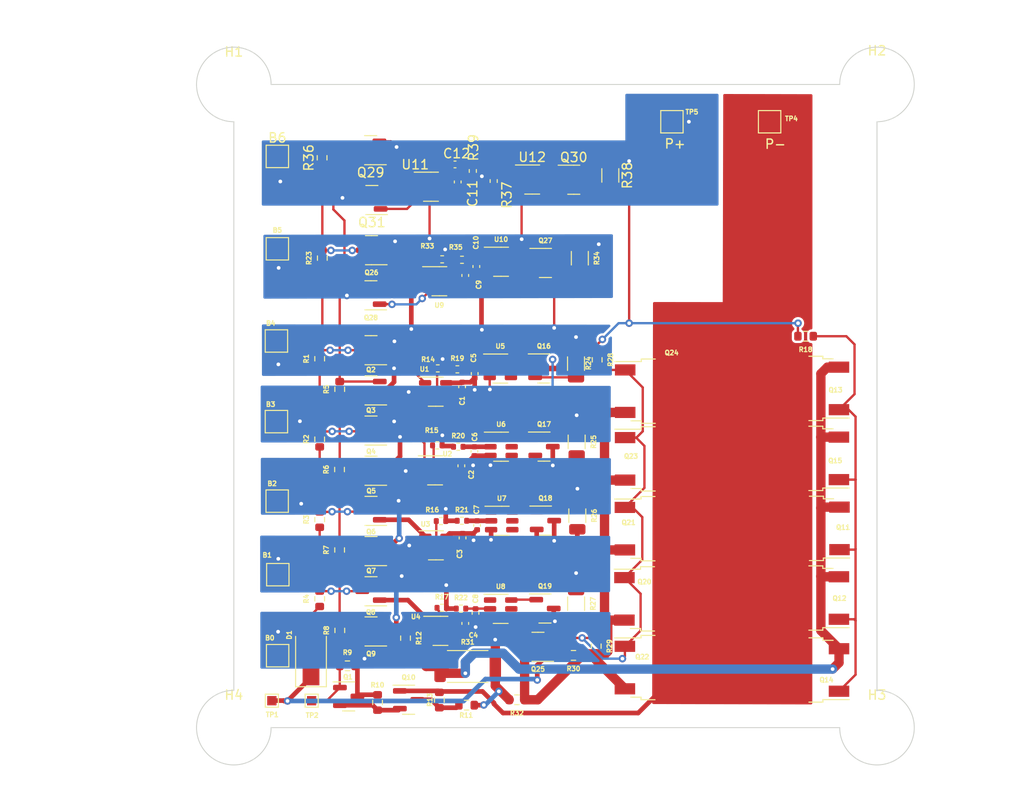
<source format=kicad_pcb>
(kicad_pcb (version 20211014) (generator pcbnew)
  (layers (0 "F.Cu" signal) (31 "B.Cu" signal) (34 "B.Paste" user) (35 "F.Paste" user) (36 "B.SilkS" user "B.Silkscreen") (37 "F.SilkS" user "F.Silkscreen") (38 "B.Mask" user) (39 "F.Mask" user) (44 "Edge.Cuts" user))
  (net 0 "")
  (net 1 "0V")
  (net 2 "Net-(C1-Pad1)")
  (net 3 "Net-(C2-Pad1)")
  (net 4 "Net-(C3-Pad1)")
  (net 5 "Net-(C4-Pad1)")
  (net 6 "Net-(C5-Pad1)")
  (net 7 "Net-(C6-Pad1)")
  (net 8 "Net-(C7-Pad1)")
  (net 9 "Net-(C8-Pad1)")
  (net 10 "Net-(Q16-Pad1)")
  (net 11 "Net-(Q16-Pad2)")
  (net 12 "Net-(Q17-Pad1)")
  (net 13 "Net-(Q17-Pad2)")
  (net 14 "Net-(Q18-Pad1)")
  (net 15 "Net-(Q18-Pad2)")
  (net 16 "Net-(Q19-Pad1)")
  (net 17 "Net-(Q19-Pad2)")
  (net 18 "Net-(R12-Pad1)")
  (net 19 "Net-(Q11-Pad3)")
  (net 20 "T1")
  (net 21 "T2")
  (net 22 "Net-(Q10-Pad1)")
  (net 23 "Net-(Q2-Pad1)")
  (net 24 "Net-(Q3-Pad1)")
  (net 26 "Net-(Q4-Pad1)")
  (net 27 "Net-(Q5-Pad1)")
  (net 29 "Net-(Q6-Pad1)")
  (net 30 "Net-(Q7-Pad1)")
  (net 32 "Net-(Q8-Pad1)")
  (net 33 "Net-(Q9-Pad1)")
  (net 35 "3.7V")
  (net 37 "7.4V")
  (net 41 "11.1V")
  (net 43 "14.8V")
  (net 47 "Net-(D1-Pad2)")
  (net 48 "Net-(Q1-Pad2)")
  (net 49 "18.5V")
  (net 50 "Net-(Q4-Pad3)")
  (net 51 "Net-(Q5-Pad2)")
  (net 52 "Net-(Q6-Pad3)")
  (net 53 "Net-(Q7-Pad2)")
  (net 54 "Net-(Q8-Pad3)")
  (net 55 "Net-(Q9-Pad2)")
  (net 56 "Net-(Q10-Pad3)")
  (net 57 "Net-(Q11-Pad1)")
  (net 58 "Net-(Q20-Pad1)")
  (net 59 "22.2V")
  (net 60 "Net-(C9-Pad1)")
  (net 61 "Net-(C10-Pad1)")
  (net 62 "Net-(C11-Pad1)")
  (net 63 "Net-(Q20-Pad3)")
  (net 64 "Net-(Q26-Pad1)")
  (net 65 "Net-(Q26-Pad3)")
  (net 66 "Net-(Q27-Pad1)")
  (net 67 "Net-(Q27-Pad2)")
  (net 68 "Net-(Q28-Pad1)")
  (net 73 "Net-(C12-Pad1)")
  (net 74 "Net-(Q28-Pad2)")
  (net 75 "Net-(Q29-Pad1)")
  (net 76 "Net-(Q29-Pad3)")
  (net 77 "Net-(Q30-Pad1)")
  (net 78 "Net-(Q30-Pad2)")
  (net 79 "Net-(Q31-Pad1)")
  (net 88 "Net-(Q2-Pad3)")
  (footprint "Resistor_SMD:R_0603_1608Metric" (layer "F.Cu") (at 125.495 59.63 90)
    (fp_text reference "R23")
    (fp_text value "1M")
  )
  (footprint "TestPoint:TestPoint_Pad_2.0x2.0mm" (layer "F.Cu") (at 120.65 85.7)
    (fp_text reference "B2")
    (fp_text value "B")
  )
  (footprint "Package_TO_SOT_SMD:SOT-23" (layer "F.Cu") (at 152.47 51.22)
    (fp_text reference "Q30")
    (fp_text value "DMN2046U-7")
  )
  (footprint "Package_TO_SOT_SMD:TO-252-2" (layer "F.Cu") (at 162.155 103.555)
    (fp_text reference "Q22")
    (fp_text value "Q_NMOS_GDS")
  )
  (footprint "TestPoint:TestPoint_Pad_2.0x2.0mm" (layer "F.Cu") (at 120.67 48.72)
    (fp_text reference "B6")
    (fp_text value "B")
  )
  (footprint "Resistor_SMD:R_0603_1608Metric" (layer "F.Cu") (at 154.88 101.26 -90)
    (fp_text reference "R29")
    (fp_text value "10M")
  )
  (footprint "Resistor_SMD:R_0402_1005Metric" (layer "F.Cu") (at 137.88 71.46)
    (fp_text reference "R14")
    (fp_text value "100")
  )
  (footprint "TestPoint:TestPoint_Pad_2.0x2.0mm" (layer "F.Cu") (at 173.48 45)
    (fp_text reference "TP4")
    (fp_text value "P-")
  )
  (footprint "Diode_SMD:D_SMA" (layer "F.Cu") (at 124.28 102.21 90)
    (fp_text reference "D1")
    (fp_text value "1N4007")
  )
  (footprint "Resistor_SMD:R_0402_1005Metric" (layer "F.Cu") (at 137.83 79.72)
    (fp_text reference "R15")
    (fp_text value "100")
  )
  (footprint "Package_TO_SOT_SMD:SOT-23" (layer "F.Cu") (at 149.26 71.47)
    (fp_text reference "Q16")
    (fp_text value "DMN2046U-7")
  )
  (footprint "Resistor_SMD:R_0603_1608Metric" (layer "F.Cu") (at 131.42 107.3 90)
    (fp_text reference "R10")
    (fp_text value "10M")
  )
  (footprint "Resistor_SMD:R_0603_1608Metric" (layer "F.Cu") (at 127.35 90.94 90)
    (fp_text reference "R7")
    (fp_text value "1M")
  )
  (footprint "Capacitor_SMD:C_0402_1005Metric" (layer "F.Cu") (at 141.93 97.73 -90)
    (fp_text reference "C8")
    (fp_text value "0.1u")
  )
  (footprint "Package_TO_SOT_SMD:TO-252-2" (layer "F.Cu") (at 176.72 73.61 180)
    (fp_text reference "Q13")
    (fp_text value "Q_NMOS_GDS")
  )
  (footprint "Resistor_SMD:R_0402_1005Metric" (layer "F.Cu") (at 140.08 79.87)
    (fp_text reference "R20")
    (fp_text value "100")
  )
  (footprint "Resistor_SMD:R_0603_1608Metric" (layer "F.Cu") (at 127.34 82.31 90)
    (fp_text reference "R6")
    (fp_text value "1M")
  )
  (footprint "TestPoint:TestPoint_Pad_2.0x2.0mm" (layer "F.Cu") (at 120.7 102.28)
    (fp_text reference "B0")
    (fp_text value "B")
  )
  (footprint "Package_TO_SOT_SMD:SOT-23" (layer "F.Cu") (at 130.72 91.06 180)
    (fp_text reference "Q7")
    (fp_text value "Q_PNP_BEC")
  )
  (footprint "Resistor_SMD:R_2512_6332Metric" (layer "F.Cu") (at 141.09 103.44)
    (fp_text reference "R31")
    (fp_text value "0.005R")
  )
  (footprint "Resistor_SMD:R_0603_1608Metric" (layer "F.Cu") (at 138.05 107.04 90)
    (fp_text reference "R13")
    (fp_text value "1M")
  )
  (footprint "Resistor_SMD:R_0402_1005Metric" (layer "F.Cu") (at 140.4775 59.81)
    (fp_text reference "R35")
    (fp_text value "100")
  )
  (footprint "Package_TO_SOT_SMD:TO-252-2" (layer "F.Cu") (at 162.175 81.165)
    (fp_text reference "Q23")
    (fp_text value "Q_NMOS_GDS")
  )
  (footprint "Capacitor_SMD:C_0402_1005Metric" (layer "F.Cu") (at 140.41 81.91 90)
    (fp_text reference "C2")
    (fp_text value "0.1u")
  )
  (footprint "Package_TO_SOT_SMD:TO-252-2" (layer "F.Cu") (at 162.105 96.185)
    (fp_text reference "Q20")
    (fp_text value "Q_NMOS_GDS")
  )
  (footprint "Package_TO_SOT_SMD:TO-252-2" (layer "F.Cu") (at 162.185 73.905)
    (fp_text reference "Q24")
    (fp_text value "Q_NMOS_GDS")
  )
  (footprint "Package_TO_SOT_SMD:TO-252-2" (layer "F.Cu") (at 176.775 88.625 180)
    (fp_text reference "Q11")
    (fp_text value "Q_NMOS_GDS")
  )
  (footprint "Capacitor_SMD:C_0402_1005Metric" (layer "F.Cu") (at 141.81 80.35 -90)
    (fp_text reference "C6")
    (fp_text value "0.1u")
  )
  (footprint "Capacitor_SMD:C_0402_1005Metric" (layer "F.Cu") (at 140.83 61.49 90)
    (fp_text reference "C9")
    (fp_text value "0.1u")
  )
  (footprint "Capacitor_SMD:C_0402_1005Metric" (layer "F.Cu") (at 139.73 49.58 180)
    (fp_text reference "C12")
    (fp_text value "0.1u")
  )
  (footprint "Resistor_SMD:R_1206_3216Metric" (layer "F.Cu") (at 152.71 70.95 -90)
    (fp_text reference "R24")
    (fp_text value "200")
  )
  (footprint "Package_TO_SOT_SMD:SOT-23" (layer "F.Cu") (at 134.75 107.01)
    (fp_text reference "Q10")
    (fp_text value "S8050 J3Y")
  )
  (footprint "Package_TO_SOT_SMD:SOT-23" (layer "F.Cu") (at 149.38 97.22)
    (fp_text reference "Q19")
    (fp_text value "DMN2046U-7")
  )
  (footprint "Resistor_SMD:R_0603_1608Metric" (layer "F.Cu") (at 152.44 102.25 180)
    (fp_text reference "R30")
    (fp_text value "1M")
  )
  (footprint "Resistor_SMD:R_1206_3216Metric" (layer "F.Cu") (at 152.78 79.34 -90)
    (fp_text reference "R25")
    (fp_text value "200")
  )
  (footprint "Resistor_SMD:R_0603_1608Metric" (layer "F.Cu") (at 177.34 68.01 180)
    (fp_text reference "R18")
    (fp_text value "1M")
  )
  (footprint "Resistor_SMD:R_0402_1005Metric" (layer "F.Cu") (at 140.37 97.23)
    (fp_text reference "R22")
    (fp_text value "100")
  )
  (footprint "Package_TO_SOT_SMD:SOT-23" (layer "F.Cu") (at 128.32 106.65)
    (fp_text reference "Q1")
    (fp_text value "S8050 J3Y")
  )
  (footprint "TestPoint:TestPoint_Pad_1.0x1.0mm" (layer "F.Cu") (at 124.35 107.11)
    (fp_text reference "TP2")
    (fp_text value "T2")
  )
  (footprint "Resistor_SMD:R_1206_3216Metric" (layer "F.Cu") (at 156.39 50.76 -90)
    (fp_text reference "R38")
    (fp_text value "200")
  )
  (footprint "Resistor_SMD:R_1206_3216Metric" (layer "F.Cu") (at 152.85 87.26 -90)
    (fp_text reference "R26")
    (fp_text value "200")
  )
  (footprint "Capacitor_SMD:C_0402_1005Metric" (layer "F.Cu") (at 142.1 88.29 -90)
    (fp_text reference "C7")
    (fp_text value "0.1u")
  )
  (footprint "Package_TO_SOT_SMD:SOT-23" (layer "F.Cu") (at 130.81 53.4 180)
    (fp_text reference "Q31")
    (fp_text value "Q_PNP_BEC")
  )
  (footprint "Resistor_SMD:R_0402_1005Metric" (layer "F.Cu") (at 143.88 51.36 90)
    (fp_text reference "R37")
    (fp_text value "100")
  )
  (footprint "Resistor_SMD:R_0603_1608Metric" (layer "F.Cu") (at 125.21 70.425 90)
    (fp_text reference "R1")
    (fp_text value "1M")
  )
  (footprint "Resistor_SMD:R_0402_1005Metric" (layer "F.Cu") (at 141.64 50.28 90)
    (fp_text reference "R39")
    (fp_text value "100")
  )
  (footprint "TestPoint:TestPoint_Pad_2.0x2.0mm" (layer "F.Cu") (at 120.57 68.52)
    (fp_text reference "B4")
    (fp_text value "B")
  )
  (footprint "Package_TO_SOT_SMD:SOT-23-6" (layer "F.Cu") (at 144.67 79.86)
    (fp_text reference "U6")
    (fp_text value "HY2213-BB3A")
  )
  (footprint "Resistor_SMD:R_0402_1005Metric" (layer "F.Cu") (at 140.47 87.81)
    (fp_text reference "R21")
    (fp_text value "100")
  )
  (footprint "Resistor_SMD:R_1206_3216Metric" (layer "F.Cu") (at 152.72 96.7 -90)
    (fp_text reference "R27")
    (fp_text value "200")
  )
  (footprint "Package_TO_SOT_SMD:SOT-23-6" (layer "F.Cu") (at 137.68 90.44)
    (fp_text reference "U3")
    (fp_text value "DW01A")
  )
  (footprint "Package_TO_SOT_SMD:SOT-23-6" (layer "F.Cu") (at 137.15 51.97)
    (fp_text reference "U11")
    (fp_text value "DW01A")
  )
  (footprint "Package_TO_SOT_SMD:SOT-23-6" (layer "F.Cu") (at 144.67 60.02)
    (fp_text reference "U10")
    (fp_text value "HY2213-BB3A")
  )
  (footprint "Resistor_SMD:R_0603_1608Metric" (layer "F.Cu") (at 127.36 73.7 90)
    (fp_text reference "R5")
    (fp_text value "1M")
  )
  (footprint "Package_TO_SOT_SMD:TO-252-2" (layer "F.Cu") (at 176.715 81.115 180)
    (fp_text reference "Q15")
    (fp_text value "Q_NMOS_GDS")
  )
  (footprint "Capacitor_SMD:C_0402_1005Metric" (layer "F.Cu") (at 142.0175 60.53 -90)
    (fp_text reference "C10")
    (fp_text value "0.1u")
  )
  (footprint "Resistor_SMD:R_0603_1608Metric" (layer "F.Cu") (at 128.19 103.37)
    (fp_text reference "R9")
    (fp_text value "1M")
  )
  (footprint "Package_TO_SOT_SMD:SOT-23-6" (layer "F.Cu") (at 144.74 87.81)
    (fp_text reference "U7")
    (fp_text value "HY2213-BB3A")
  )
  (footprint "TestPoint:TestPoint_Pad_2.0x2.0mm" (layer "F.Cu") (at 120.57 77.17)
    (fp_text reference "B3")
    (fp_text value "B")
  )
  (footprint "Package_TO_SOT_SMD:SOT-23-6" (layer "F.Cu") (at 144.59 71.48)
    (fp_text reference "U5")
    (fp_text value "HY2213-BB3A")
  )
  (footprint "MountingHole:MountingHole_2.5mm" (layer "F.Cu") (at 116 41)
    (fp_text reference "H1")
    (fp_text value "MountingHole")
  )
  (footprint "Resistor_SMD:R_0402_1005Metric" (layer "F.Cu") (at 139.98 71.56)
    (fp_text reference "R19")
    (fp_text value "100")
  )
  (footprint "Package_TO_SOT_SMD:SOT-23-6" (layer "F.Cu") (at 148.01 51.2)
    (fp_text reference "U12")
    (fp_text value "HY2213-BB3A")
  )
  (footprint "Package_TO_SOT_SMD:SOT-23" (layer "F.Cu") (at 130.77 58.78 180)
    (fp_text reference "Q26")
    (fp_text value "Q_PNP_BEC")
  )
  (footprint "Package_TO_SOT_SMD:TO-252-2" (layer "F.Cu") (at 176.725 103.815 180)
    (fp_text reference "Q14")
    (fp_text value "Q_NMOS_GDS")
  )
  (footprint "Package_TO_SOT_SMD:SOT-23" (layer "F.Cu") (at 130.72 78.13 180)
    (fp_text reference "Q4")
    (fp_text value "Q_PNP_BEC")
  )
  (footprint "TestPoint:TestPoint_Pad_1.0x1.0mm" (layer "F.Cu") (at 120.08 107.11)
    (fp_text reference "TP1")
    (fp_text value "T1")
  )
  (footprint "Resistor_SMD:R_0603_1608Metric" (layer "F.Cu") (at 125.21 96.18 90)
    (fp_text reference "R4")
    (fp_text value "1M")
  )
  (footprint "Package_TO_SOT_SMD:SOT-23" (layer "F.Cu") (at 130.71 63.62 180)
    (fp_text reference "Q28")
    (fp_text value "Q_PNP_BEC")
  )
  (footprint "Package_TO_SOT_SMD:SOT-23-6" (layer "F.Cu") (at 137.59 82.4)
    (fp_text reference "U2")
    (fp_text value "DW01A")
  )
  (footprint "Package_TO_SOT_SMD:SOT-23" (layer "F.Cu") (at 130.68 48.05 180)
    (fp_text reference "Q29")
    (fp_text value "Q_PNP_BEC")
  )
  (footprint "TestPoint:TestPoint_Pad_2.0x2.0mm" (layer "F.Cu") (at 120.67 58.63)
    (fp_text reference "B5")
    (fp_text value "B")
  )
  (footprint "Resistor_SMD:R_0603_1608Metric" (layer "F.Cu") (at 125.47 48.865 90)
    (fp_text reference "R36")
    (fp_text value "1M")
  )
  (footprint "Package_TO_SOT_SMD:SOT-23-6" (layer "F.Cu") (at 138.05 62.11)
    (fp_text reference "U9")
    (fp_text value "DW01A")
  )
  (footprint "TestPoint:TestPoint_Pad_2.0x2.0mm" (layer "F.Cu") (at 163 45)
    (fp_text reference "TP5")
    (fp_text value "P+")
  )
  (footprint "Resistor_SMD:R_0603_1608Metric" (layer "F.Cu") (at 125.21 79.053333 90)
    (fp_text reference "R2")
    (fp_text value "1M")
  )
  (footprint "Package_TO_SOT_SMD:SOT-23" (layer "F.Cu") (at 148.63 101.33 180)
    (fp_text reference "Q25")
    (fp_text value "S8050 J3Y")
  )
  (footprint "Resistor_SMD:R_0603_1608Metric" (layer "F.Cu") (at 134.42 100.4 -90)
    (fp_text reference "R12")
    (fp_text value "1k")
  )
  (footprint "Resistor_SMD:R_0402_1005Metric" (layer "F.Cu") (at 138.35 59.76)
    (fp_text reference "R33")
    (fp_text value "100")
  )
  (footprint "Resistor_SMD:R_0402_1005Metric" (layer "F.Cu") (at 138.23 87.84)
    (fp_text reference "R16")
    (fp_text value "100")
  )
  (footprint "Package_TO_SOT_SMD:SOT-23" (layer "F.Cu") (at 130.72 99.68 180)
    (fp_text reference "Q9")
    (fp_text value "Q_PNP_BEC")
  )
  (footprint "Resistor_SMD:R_0603_1608Metric" (layer "F.Cu") (at 154.98 70.54 -90)
    (fp_text reference "R28")
    (fp_text value "1M")
  )
  (footprint "Package_TO_SOT_SMD:SOT-23" (layer "F.Cu") (at 130.72 73.82 180)
    (fp_text reference "Q3")
    (fp_text value "Q_PNP_BEC")
  )
  (footprint "MountingHole:MountingHole_2.5mm" (layer "F.Cu") (at 185 110)
    (fp_text reference "H3")
    (fp_text value "MountingHole")
  )
  (footprint "Capacitor_SMD:C_0402_1005Metric" (layer "F.Cu") (at 140.02 51.46 90)
    (fp_text reference "C11")
    (fp_text value "0.1u")
  )
  (footprint "Resistor_SMD:R_0603_1608Metric" (layer "F.Cu") (at 146.37 107.01 180)
    (fp_text reference "R32")
    (fp_text value "1M")
  )
  (footprint "Package_TO_SOT_SMD:SOT-23-6" (layer "F.Cu") (at 144.63 97.26)
    (fp_text reference "U8")
    (fp_text value "HY2213-BB3A")
  )
  (footprint "Resistor_SMD:R_1206_3216Metric" (layer "F.Cu") (at 153.12 59.64 -90)
    (fp_text reference "R34")
    (fp_text value "200")
  )
  (footprint "Package_TO_SOT_SMD:SOT-23-6" (layer "F.Cu") (at 138.17 99.62)
    (fp_text reference "U4")
    (fp_text value "DW01A")
  )
  (footprint "Resistor_SMD:R_0402_1005Metric" (layer "F.Cu") (at 138.31 97.15)
    (fp_text reference "R17")
    (fp_text value "100")
  )
  (footprint "TestPoint:TestPoint_Pad_2.0x2.0mm" (layer "F.Cu") (at 120.72 93.59)
    (fp_text reference "B1")
    (fp_text value "B")
  )
  (footprint "Resistor_SMD:R_0603_1608Metric" (layer "F.Cu") (at 140.97 107.59 180)
    (fp_text reference "R11")
    (fp_text value "1M")
  )
  (footprint "Package_TO_SOT_SMD:TO-252-2" (layer "F.Cu") (at 162.155 88.655)
    (fp_text reference "Q21")
    (fp_text value "Q_NMOS_GDS")
  )
  (footprint "Capacitor_SMD:C_0402_1005Metric" (layer "F.Cu") (at 140.54 89.65 90)
    (fp_text reference "C3")
    (fp_text value "0.1u")
  )
  (footprint "Package_TO_SOT_SMD:SOT-23" (layer "F.Cu") (at 149.43 87.79)
    (fp_text reference "Q18")
    (fp_text value "DMN2046U-7")
  )
  (footprint "Capacitor_SMD:C_0402_1005Metric" (layer "F.Cu") (at 141.84 72.01 -90)
    (fp_text reference "C5")
    (fp_text value "0.1u")
  )
  (footprint "Capacitor_SMD:C_0402_1005Metric" (layer "F.Cu") (at 140.49 73.43 90)
    (fp_text reference "C1")
    (fp_text value "0.1u")
  )
  (footprint "Package_TO_SOT_SMD:SOT-23" (layer "F.Cu") (at 130.72 86.75 180)
    (fp_text reference "Q6")
    (fp_text value "Q_PNP_BEC")
  )
  (footprint "Capacitor_SMD:C_0402_1005Metric" (layer "F.Cu") (at 140.83 98.82 90)
    (fp_text reference "C4")
    (fp_text value "0.1u")
  )
  (footprint "Package_TO_SOT_SMD:SOT-23" (layer "F.Cu") (at 130.72 95.37 180)
    (fp_text reference "Q8")
    (fp_text value "Q_PNP_BEC")
  )
  (footprint "Package_TO_SOT_SMD:SOT-23" (layer "F.Cu") (at 149.28 79.85)
    (fp_text reference "Q17")
    (fp_text value "DMN2046U-7")
  )
  (footprint "Package_TO_SOT_SMD:SOT-23" (layer "F.Cu") (at 149.43 60.15)
    (fp_text reference "Q27")
    (fp_text value "DMN2046U-7")
  )
  (footprint "Resistor_SMD:R_0603_1608Metric" (layer "F.Cu") (at 127.37 99.57 90)
    (fp_text reference "R8")
    (fp_text value "1M")
  )
  (footprint "MountingHole:MountingHole_2.5mm" (layer "F.Cu") (at 185 40.875)
    (fp_text reference "H2")
    (fp_text value "MountingHole")
  )
  (footprint "Resistor_SMD:R_0603_1608Metric" (layer "F.Cu") (at 125.21 87.681666 90)
    (fp_text reference "R3")
    (fp_text value "1M")
  )
  (footprint "Package_TO_SOT_SMD:SOT-23" (layer "F.Cu") (at 130.72 69.51 180)
    (fp_text reference "Q2")
    (fp_text value "Q_PNP_BEC")
  )
  (footprint "Package_TO_SOT_SMD:SOT-23" (layer "F.Cu") (at 130.72 82.44 180)
    (fp_text reference "Q5")
    (fp_text value "Q_PNP_BEC")
  )
  (footprint "Package_TO_SOT_SMD:TO-252-2" (layer "F.Cu") (at 176.715 96.095 180)
    (fp_text reference "Q12")
    (fp_text value "Q_NMOS_GDS")
  )
  (footprint "Package_TO_SOT_SMD:SOT-23-6" (layer "F.Cu") (at 137.66 73.96)
    (fp_text reference "U1")
    (fp_text value "DW01A")
  )
  (footprint "MountingHole:MountingHole_2.5mm" (layer "F.Cu") (at 116 110)
    (fp_text reference "H4")
    (fp_text value "MountingHole")
  )
  (gr_line (start 116 45) (end 116 106) (layer "Edge.Cuts") (width 0.1))
  (gr_arc (start 185 106) (mid 185 106) (end 185 106) (layer "Edge.Cuts") (width 0.1))
  (gr_line (start 120 110) (end 181 110) (layer "Edge.Cuts") (width 0.1))
  (gr_arc (start 185 106) (mid 187.828427 112.828427) (end 181 110) (layer "Edge.Cuts") (width 0.1))
  (gr_line (start 185 106) (end 185 45) (layer "Edge.Cuts") (width 0.1))
  (gr_arc (start 116 45) (mid 113.171575 38.171575) (end 120 41) (layer "Edge.Cuts") (width 0.1))
  (gr_arc (start 120 110) (mid 113.171573 112.828427) (end 116 106) (layer "Edge.Cuts") (width 0.1))
  (gr_arc (start 181 41) (mid 187.828427 38.171573) (end 185 45) (layer "Edge.Cuts") (width 0.1))
  (gr_line (start 181 41) (end 120 41) (layer "Edge.Cuts") (width 0.1))
  (gr_text "P+\n" (at 163.34 47.37) (layer "F.SilkS") (effects (font (size 1 1))))
  (gr_text "P-\n" (at 174.1 47.4) (layer "F.SilkS") (effects (font (size 1 1))))
  (segment (start 141.93 98.21) (end 141.93 99.2) (width 0.25) (layer "F.Cu") (net 1))
  (segment (start 129.2575 103.6125) (end 129.015 103.37) (width 0.5) (layer "F.Cu") (net 1))
  (segment (start 141.93 98.21) (end 143.4925 98.21) (width 0.25) (layer "F.Cu") (net 1))
  (segment (start 141.8 98.34) (end 141.93 98.21) (width 0.25) (layer "F.Cu") (net 1))
  (segment (start 120.7 102.28) (end 120.7 99.76) (width 0.5) (layer "F.Cu") (net 1))
  (segment (start 141.795 107.59) (end 142.8 107.59) (width 0.5) (layer "F.Cu") (net 1))
  (segment (start 144.0525 105.5175) (end 145.545 107.01) (width 1) (layer "F.Cu") (net 1))
  (segment (start 129.015 103.37) (end 129.25 103.37) (width 0.5) (layer "F.Cu") (net 1))
  (segment (start 129.4325 106.475) (end 129.2575 106.65) (width 0.5) (layer "F.Cu") (net 1))
  (segment (start 120.7 99.76) (end 120.75 99.71) (width 0.5) (layer "F.Cu") (net 1))
  (segment (start 150.3175 98.461793) (end 150.446207 98.5905) (width 0.5) (layer "F.Cu") (net 1))
  (segment (start 129.25 103.37) (end 130.02 102.6) (width 0.5) (layer "F.Cu") (net 1))
  (segment (start 142.8 107.59) (end 142.82 107.57) (width 0.5) (layer "F.Cu") (net 1))
  (segment (start 150.3175 97.22) (end 150.3175 98.461793) (width 0.5) (layer "F.Cu") (net 1))
  (segment (start 140.83 98.34) (end 141.8 98.34) (width 0.25) (layer "F.Cu") (net 1))
  (segment (start 144.0525 100.5725) (end 144.04 100.56) (width 1) (layer "F.Cu") (net 1))
  (segment (start 139.3075 98.67) (end 140.5 98.67) (width 0.25) (layer "F.Cu") (net 1))
  (segment (start 131.42 106.475) (end 129.4325 106.475) (width 0.5) (layer "F.Cu") (net 1))
  (segment (start 144.0525 103.44) (end 144.0525 105.5175) (width 1) (layer "F.Cu") (net 1))
  (segment (start 129.2575 106.65) (end 129.2575 103.6125) (width 0.5) (layer "F.Cu") (net 1))
  (segment (start 144.0525 103.44) (end 144.0525 100.5725) (width 1) (layer "F.Cu") (net 1))
  (segment (start 140.5 98.67) (end 140.83 98.34) (width 0.25) (layer "F.Cu") (net 1))
  (segment (start 141.93 99.2) (end 141.94 99.21) (width 0.25) (layer "F.Cu") (net 1))
  (via (at 130.02 102.6) (size 0.8) (drill 0.4) (layers "F.Cu" "B.Cu") (net 1))
  (via (at 142.82 107.57) (size 0.8) (drill 0.4) (layers "F.Cu" "B.Cu") (net 1))
  (via (at 150.446207 98.5905) (size 0.8) (drill 0.4) (layers "F.Cu" "B.Cu") (net 1))
  (via (at 141.94 99.21) (size 0.8) (drill 0.4) (layers "F.Cu" "B.Cu") (net 1))
  (via (at 120.75 99.71) (size 0.8) (drill 0.4) (layers "F.Cu" "B.Cu") (net 1))
  (via (at 144.04 100.56) (size 0.8) (drill 0.4) (layers "F.Cu" "B.Cu") (net 1))
  (via (at 144.43 106.11) (size 0.8) (drill 0.4) (layers "F.Cu" "B.Cu") (net 1))
  (segment (start 142.97 107.57) (end 144.43 106.11) (width 0.5) (layer "B.Cu") (net 1))
  (segment (start 142.82 107.57) (end 142.97 107.57) (width 0.5) (layer "B.Cu") (net 1))
  (segment (start 138.7975 73.96) (end 140.44 73.96) (width 0.5) (layer "F.Cu") (net 2))
  (segment (start 137.39 71.57) (end 137.81 71.99) (width 0.25) (layer "F.Cu") (net 2))
  (segment (start 140.44 73.96) (end 140.49 73.91) (width 0.5) (layer "F.Cu") (net 2))
  (segment (start 138.413928 73.96) (end 138.7975 73.96) (width 0.25) (layer "F.Cu") (net 2))
  (segment (start 137.81 71.99) (end 137.81 73.356072) (width 0.25) (layer "F.Cu") (net 2))
  (segment (start 137.81 73.356072) (end 138.413928 73.96) (width 0.25) (layer "F.Cu") (net 2))
  (segment (start 140.4 82.4) (end 140.41 82.39) (width 0.25) (layer "F.Cu") (net 3))
  (segment (start 137.43952 79.88952) (end 137.34 79.79) (width 0.25) (layer "F.Cu") (net 3))
  (segment (start 138.7275 82.4) (end 140.4 82.4) (width 0.25) (layer "F.Cu") (net 3))
  (segment (start 137.43952 81.495592) (end 137.43952 79.88952) (width 0.25) (layer "F.Cu") (net 3))
  (segment (start 138.7275 82.4) (end 138.343928 82.4) (width 0.25) (layer "F.Cu") (net 3))
  (segment (start 138.343928 82.4) (end 137.43952 81.495592) (width 0.25) (layer "F.Cu") (net 3))
  (segment (start 138.8175 90.44) (end 140.23 90.44) (width 0.25) (layer "F.Cu") (net 4))
  (segment (start 138.433928 90.44) (end 138.8175 90.44) (width 0.25) (layer "F.Cu") (net 4))
  (segment (start 140.23 90.44) (end 140.54 90.13) (width 0.25) (layer "F.Cu") (net 4))
  (segment (start 137.72 87.84) (end 137.72 89.726072) (width 0.25) (layer "F.Cu") (net 4))
  (segment (start 137.72 89.726072) (end 138.433928 90.44) (width 0.25) (layer "F.Cu") (net 4))
  (segment (start 138.01952 98.93952) (end 138.7 99.62) (width 0.25) (layer "F.Cu") (net 5))
  (segment (start 138.7 99.62) (end 139.3075 99.62) (width 0.25) (layer "F.Cu") (net 5))
  (segment (start 139.3075 99.62) (end 140.51 99.62) (width 0.25) (layer "F.Cu") (net 5))
  (segment (start 137.78 97.27) (end 138.01952 97.50952) (width 0.25) (layer "F.Cu") (net 5))
  (segment (start 138.01952 97.50952) (end 138.01952 98.93952) (width 0.25) (layer "F.Cu") (net 5))
  (segment (start 140.51 99.62) (end 140.83 99.3) (width 0.25) (layer "F.Cu") (net 5))
  (segment (start 140.52 71.53) (end 140.49 71.56) (width 0.25) (layer "F.Cu") (net 6))
  (segment (start 141.84 71.53) (end 140.52 71.53) (width 0.25) (layer "F.Cu") (net 6))
  (segment (start 141.89 71.48) (end 141.84 71.53) (width 0.25) (layer "F.Cu") (net 6))
  (segment (start 143.4525 71.48) (end 141.89 71.48) (width 0.25) (layer "F.Cu") (net 6))
  (segment (start 141.81 79.87) (end 143.5225 79.87) (width 0.5) (layer "F.Cu") (net 7))
  (segment (start 143.5225 79.87) (end 143.5325 79.86) (width 0.5) (layer "F.Cu") (net 7))
  (segment (start 141.81 79.87) (end 140.59 79.87) (width 0.5) (layer "F.Cu") (net 7))
  (segment (start 140.98 87.81) (end 143.6025 87.81) (width 0.5) (layer "F.Cu") (net 8))
  (segment (start 143.4625 97.23) (end 143.4925 97.26) (width 0.25) (layer "F.Cu") (net 9))
  (segment (start 140.88 97.23) (end 143.4625 97.23) (width 0.25) (layer "F.Cu") (net 9))
  (segment (start 145.7275 70.53) (end 148.3125 70.53) (width 0.25) (layer "F.Cu") (net 10))
  (segment (start 148.3125 70.53) (end 148.3225 70.52) (width 0.25) (layer "F.Cu") (net 10))
  (segment (start 148.3225 72.42) (end 152.7025 72.42) (width 0.25) (layer "F.Cu") (net 11))
  (segment (start 152.7025 72.42) (end 152.71 72.4125) (width 0.25) (layer "F.Cu") (net 11))
  (segment (start 148.3325 78.91) (end 148.3425 78.9) (width 0.25) (layer "F.Cu") (net 12))
  (segment (start 145.8075 78.91) (end 148.3325 78.91) (width 0.25) (layer "F.Cu") (net 12))
  (segment (start 152.78 81.53) (end 152.78 80.8025) (width 0.5) (layer "F.Cu") (net 13))
  (segment (start 149.06 82.98) (end 151.33 82.98) (width 0.5) (layer "F.Cu") (net 13))
  (segment (start 151.33 82.98) (end 152.78 81.53) (width 0.5) (layer "F.Cu") (net 13))
  (segment (start 148.4 82.32) (end 149.06 82.98) (width 0.5) (layer "F.Cu") (net 13))
  (segment (start 148.3425 80.8) (end 148.3425 81.4125) (width 0.5) (layer "F.Cu") (net 13))
  (segment (start 148.4 81.47) (end 148.4 82.32) (width 0.5) (layer "F.Cu") (net 13))
  (segment (start 148.3425 81.4125) (end 148.4 81.47) (width 0.5) (layer "F.Cu") (net 13))
  (segment (start 145.8975 86.84) (end 145.8775 86.86) (width 0.25) (layer "F.Cu") (net 14))
  (segment (start 148.4925 86.84) (end 145.8975 86.84) (width 0.25) (layer "F.Cu") (net 14))
  (segment (start 148.4925 88.74) (end 148.4925 90.2525) (width 0.5) (layer "F.Cu") (net 15))
  (segment (start 152.51 91.21) (end 152.85 90.87) (width 0.5) (layer "F.Cu") (net 15))
  (segment (start 149.45 91.21) (end 152.51 91.21) (width 0.5) (layer "F.Cu") (net 15))
  (segment (start 148.4925 90.2525) (end 149.45 91.21) (width 0.5) (layer "F.Cu") (net 15))
  (segment (start 152.85 90.87) (end 152.85 88.7225) (width 0.5) (layer "F.Cu") (net 15))
  (segment (start 148.4425 96.27) (end 145.8075 96.27) (width 0.25) (layer "F.Cu") (net 16))
  (segment (start 145.8075 96.27) (end 145.7675 96.31) (width 0.25) (layer "F.Cu") (net 16))
  (segment (start 148.4425 98.17) (end 148.4425 98.7725) (width 0.5) (layer "F.Cu") (net 17))
  (segment (start 148.4425 98.7725) (end 149.11 99.44) (width 0.5) (layer "F.Cu") (net 17))
  (segment (start 149.11 99.44) (end 151.4425 99.44) (width 0.5) (layer "F.Cu") (net 17))
  (segment (start 151.4425 99.44) (end 152.72 98.1625) (width 0.5) (layer "F.Cu") (net 17))
  (segment (start 134.42 99.575) (end 136.9875 99.575) (width 0.5) (layer "F.Cu") (net 18))
  (segment (start 136.9875 99.575) (end 137.0325 99.62) (width 0.5) (layer "F.Cu") (net 18))
  (segment (start 180.915 78.835) (end 178.985 78.835) (width 1) (layer "F.Cu") (net 19))
  (segment (start 179.025 93.815) (end 178.98 93.77) (width 1) (layer "F.Cu") (net 19))
  (segment (start 178.98 93.77) (end 178.98 99.59) (width 1) (layer "F.Cu") (net 19))
  (segment (start 136.635 103.44) (end 138.1275 103.44) (width 1) (layer "F.Cu") (net 19))
  (segment (start 138.8575 104.17) (end 138.1275 103.44) (width 1) (layer "F.Cu") (net 19))
  (segment (start 180.925 103.035) (end 180.24 103.72) (width 1) (layer "F.Cu") (net 19))
  (segment (start 140.84 104.17) (end 138.8575 104.17) (width 1) (layer "F.Cu") (net 19))
  (segment (start 180.925 101.535) (end 180.925 103.035) (width 1) (layer "F.Cu") (net 19))
  (segment (start 178.98 86.43) (end 178.98 93.77) (width 1) (layer "F.Cu") (net 19))
  (segment (start 178.985 78.835) (end 178.98 78.83) (width 1) (layer "F.Cu") (net 19))
  (segment (start 178.98 78.83) (end 178.98 86.43) (width 1) (layer "F.Cu") (net 19))
  (segment (start 180.92 71.33) (end 179.68 71.33) (width 1) (layer "F.Cu") (net 19))
  (segment (start 179.065 86.345) (end 178.98 86.43) (width 1) (layer "F.Cu") (net 19))
  (segment (start 179.68 71.33) (end 178.98 72.03) (width 1) (layer "F.Cu") (net 19))
  (segment (start 178.98 99.59) (end 180.925 101.535) (width 1) (layer "F.Cu") (net 19))
  (segment (start 134.42 101.225) (end 136.635 103.44) (width 1) (layer "F.Cu") (net 19))
  (segment (start 180.915 93.815) (end 179.025 93.815) (width 1) (layer "F.Cu") (net 19))
  (segment (start 178.98 72.03) (end 178.98 78.83) (width 1) (layer "F.Cu") (net 19))
  (segment (start 180.975 86.345) (end 179.065 86.345) (width 1) (layer "F.Cu") (net 19))
  (via (at 180.24 103.72) (size 0.8) (drill 0.4) (layers "F.Cu" "B.Cu") (net 19))
  (via (at 140.84 104.17) (size 0.8) (drill 0.4) (layers "F.Cu" "B.Cu") (net 19))
  (segment (start 144.89 102.01) (end 141.78 102.01) (width 1) (layer "B.Cu") (net 19))
  (segment (start 146.6 103.72) (end 144.89 102.01) (width 1) (layer "B.Cu") (net 19))
  (segment (start 140.84 102.95) (end 140.84 104.17) (width 1) (layer "B.Cu") (net 19))
  (segment (start 141.78 102.01) (end 140.84 102.95) (width 1) (layer "B.Cu") (net 19))
  (segment (start 180.24 103.72) (end 146.6 103.72) (width 1) (layer "B.Cu") (net 19))
  (segment (start 124.28 104.62) (end 121.76 107.14) (width 0.5) (layer "F.Cu") (net 20))
  (segment (start 121.39 107.14) (end 121.35 107.1) (width 0.5) (layer "F.Cu") (net 20))
  (segment (start 121.76 107.14) (end 121.39 107.14) (width 0.5) (layer "F.Cu") (net 20))
  (segment (start 120.15 107.1) (end 121.35 107.1) (width 0.5) (layer "F.Cu") (net 20))
  (segment (start 148.55 104.89) (end 148.55 103.2975) (width 0.5) (layer "F.Cu") (net 20))
  (segment (start 148.55 103.2975) (end 149.5675 102.28) (width 0.5) (layer "F.Cu") (net 20))
  (segment (start 151.585 102.28) (end 151.615 102.25) (width 0.25) (layer "F.Cu") (net 20))
  (segment (start 124.28 104.21) (end 124.28 104.62) (width 0.5) (layer "F.Cu") (net 20))
  (segment (start 149.5675 102.28) (end 151.585 102.28) (width 0.25) (layer "F.Cu") (net 20))
  (via (at 148.55 104.89) (size 0.8) (drill 0.4) (layers "F.Cu" "B.Cu") (net 20))
  (via (at 121.76 107.14) (size 0.8) (drill 0.4) (layers "F.Cu" "B.Cu") (net 20))
  (segment (start 121.76 107.14) (end 140.65 107.14) (width 0.5) (layer "B.Cu") (net 20))
  (segment (start 143 104.79) (end 148.45 104.79) (width 0.5) (layer "B.Cu") (net 20))
  (segment (start 148.45 104.79) (end 148.55 104.89) (width 0.5) (layer "B.Cu") (net 20))
  (segment (start 140.65 107.14) (end 143 104.79) (width 0.5) (layer "B.Cu") (net 20))
  (segment (start 127.3825 105.7) (end 125.9725 107.11) (width 0.25) (layer "F.Cu") (net 21))
  (segment (start 127.37 103.365) (end 127.365 103.37) (width 0.25) (layer "F.Cu") (net 21))
  (segment (start 127.365 103.37) (end 127.365 105.6825) (width 0.25) (layer "F.Cu") (net 21))
  (segment (start 127.365 105.6825) (end 127.3825 105.7) (width 0.25) (layer "F.Cu") (net 21))
  (segment (start 125.9725 107.11) (end 124.35 107.11) (width 0.25) (layer "F.Cu") (net 21))
  (segment (start 127.37 100.395) (end 127.37 103.365) (width 0.25) (layer "F.Cu") (net 21))
  (segment (start 138.05 106.215) (end 138.145 106.12) (width 0.5) (layer "F.Cu") (net 22))
  (segment (start 143.91 107.46) (end 144.88 108.43) (width 0.5) (layer "F.Cu") (net 22))
  (segment (start 173.54 72.53) (end 174.62 73.61) (width 1) (layer "F.Cu") (net 22))
  (segment (start 142.68 106.12) (end 143.91 107.35) (width 0.5) (layer "F.Cu") (net 22))
  (segment (start 138.145 106.12) (end 142.68 106.12) (width 0.5) (layer "F.Cu") (net 22))
  (segment (start 143.91 107.35) (end 143.91 107.46) (width 0.5) (layer "F.Cu") (net 22))
  (segment (start 133.8125 106.06) (end 137.895 106.06) (width 0.5) (layer "F.Cu") (net 22))
  (segment (start 137.895 106.06) (end 138.05 106.215) (width 0.5) (layer "F.Cu") (net 22))
  (segment (start 144.88 108.43) (end 159.38 108.43) (width 0.5) (layer "F.Cu") (net 22))
  (segment (start 159.38 108.43) (end 164.255 103.555) (width 0.5) (layer "F.Cu") (net 22))
  (segment (start 133.9725 70.46) (end 136.5225 73.01) (width 0.25) (layer "F.Cu") (net 23))
  (segment (start 131.6575 70.46) (end 133.9725 70.46) (width 0.25) (layer "F.Cu") (net 23))
  (segment (start 131.6575 74.77) (end 136.3825 74.77) (width 0.25) (layer "F.Cu") (net 24))
  (segment (start 136.3825 74.77) (end 136.5225 74.91) (width 0.25) (layer "F.Cu") (net 24))
  (segment (start 131.6575 79.08) (end 132.2 79.08) (width 0.25) (layer "F.Cu") (net 26))
  (segment (start 133.35 77.93) (end 134.89 77.93) (width 0.25) (layer "F.Cu") (net 26))
  (segment (start 136.4525 79.4925) (end 136.4525 81.45) (width 0.25) (layer "F.Cu") (net 26))
  (segment (start 132.2 79.08) (end 133.35 77.93) (width 0.25) (layer "F.Cu") (net 26))
  (segment (start 134.89 77.93) (end 136.4525 79.4925) (width 0.25) (layer "F.Cu") (net 26))
  (segment (start 136.4125 83.39) (end 136.4525 83.35) (width 0.25) (layer "F.Cu") (net 27))
  (segment (start 131.6575 83.39) (end 136.4125 83.39) (width 0.25) (layer "F.Cu") (net 27))
  (segment (start 131.6575 87.7) (end 134.7525 87.7) (width 0.5) (layer "F.Cu") (net 29))
  (segment (start 134.7525 87.7) (end 136.5425 89.49) (width 0.5) (layer "F.Cu") (net 29))
  (segment (start 135.9225 92.01) (end 136.5425 91.39) (width 0.5) (layer "F.Cu") (net 30))
  (segment (start 131.6575 92.01) (end 135.9225 92.01) (width 0.5) (layer "F.Cu") (net 30))
  (segment (start 134.6825 96.32) (end 137.0325 98.67) (width 0.5) (layer "F.Cu") (net 32))
  (segment (start 131.6575 96.32) (end 134.6825 96.32) (width 0.5) (layer "F.Cu") (net 32))
  (segment (start 136.7725 100.31) (end 137.0325 100.57) (width 0.25) (layer "F.Cu") (net 33))
  (segment (start 131.9775 100.31) (end 136.7725 100.31) (width 0.25) (layer "F.Cu") (net 33))
  (segment (start 131.6575 100.63) (end 131.9775 100.31) (width 0.25) (layer "F.Cu") (net 33))
  (segment (start 133.33 94.42) (end 134.01 93.74) (width 0.5) (layer "F.Cu") (net 35))
  (segment (start 140.54 89.17) (end 141.7 89.17) (width 0.5) (layer "F.Cu") (net 35))
  (segment (start 141.7 89.88) (end 141.72 89.9) (width 0.5) (layer "F.Cu") (net 35))
  (segment (start 120.77 93.99) (end 120.77 91.89) (width 1) (layer "F.Cu") (net 35))
  (segment (start 150.3675 87.79) (end 150.3675 89.9575) (width 0.5) (layer "F.Cu") (net 35))
  (segment (start 143.6025 88.76) (end 143.6025 89.8375) (width 0.5) (layer "F.Cu") (net 35))
  (segment (start 134.84 90.44) (end 134.82 90.46) (width 0.5) (layer "F.Cu") (net 35))
  (segment (start 138.8 97.27) (end 138.8 94.72) (width 0.5) (layer "F.Cu") (net 35))
  (segment (start 131.6575 94.42) (end 133.33 94.42) (width 0.5) (layer "F.Cu") (net 35))
  (segment (start 152.72 93.82) (end 152.72 93.42) (width 0.5) (layer "F.Cu") (net 35))
  (segment (start 141.7 89.17) (end 142.1 88.77) (width 0.5) (layer "F.Cu") (net 35))
  (segment (start 120.78 91.88) (end 120.77 91.89) (width 1) (layer "F.Cu") (net 35))
  (segment (start 150.3675 89.9575) (end 150.37 89.96) (width 0.5) (layer "F.Cu") (net 35))
  (segment (start 139.1375 89.17) (end 140.54 89.17) (width 0.5) (layer "F.Cu") (net 35))
  (segment (start 138.8175 89.49) (end 139.1375 89.17) (width 0.5) (layer "F.Cu") (net 35))
  (segment (start 129.7925 99.69) (end 132.91 99.69) (width 0.5) (layer "F.Cu") (net 35))
  (segment (start 143.6025 89.8375) (end 143.59 89.85) (width 0.5) (layer "F.Cu") (net 35))
  (segment (start 139.86 97.23) (end 138.84 97.23) (width 0.5) (layer "F.Cu") (net 35))
  (segment (start 141.7 89.17) (end 141.7 89.88) (width 0.5) (layer "F.Cu") (net 35))
  (segment (start 129.7825 99.68) (end 129.7925 99.69) (width 0.5) (layer "F.Cu") (net 35))
  (segment (start 133.43 99.17) (end 133.43 98.18) (width 0.5) (layer "F.Cu") (net 35))
  (segment (start 132.91 99.69) (end 133.43 99.17) (width 0.5) (layer "F.Cu") (net 35))
  (segment (start 136.5425 90.44) (end 134.84 90.44) (width 0.5) (layer "F.Cu") (net 35))
  (segment (start 138.8 94.72) (end 138.79 94.71) (width 0.5) (layer "F.Cu") (net 35))
  (segment (start 138.84 97.23) (end 138.8 97.27) (width 0.5) (layer "F.Cu") (net 35))
  (segment (start 152.72 95.2375) (end 152.72 93.82) (width 0.5) (layer "F.Cu") (net 35))
  (via (at 134.82 90.46) (size 0.8) (drill 0.4) (layers "F.Cu" "B.Cu") (net 35))
  (via (at 138.79 94.71) (size 0.8) (drill 0.4) (layers "F.Cu" "B.Cu") (net 35))
  (via (at 133.43 98.18) (size 0.8) (drill 0.4) (layers "F.Cu" "B.Cu") (net 35))
  (via (at 143.59 89.85) (size 0.8) (drill 0.4) (layers "F.Cu" "B.Cu") (net 35))
  (via (at 134.01 93.74) (size 0.8) (drill 0.4) (layers "F.Cu" "B.Cu") (net 35))
  (via (at 120.77 91.89) (size 0.8) (drill 0.4) (layers "F.Cu" "B.Cu") (net 35))
  (via (at 150.37 89.96) (size 0.8) (drill 0.4) (layers "F.Cu" "B.Cu") (net 35))
  (via (at 152.72 93.42) (size 0.8) (drill 0.4) (layers "F.Cu" "B.Cu") (net 35))
  (via (at 141.72 89.9) (size 0.8) (drill 0.4) (layers "F.Cu" "B.Cu") (net 35))
  (segment (start 133.43 95.11) (end 133.39 95.07) (width 0.5) (layer "B.Cu") (net 35))
  (segment (start 133.43 98.18) (end 133.43 95.11) (width 0.5) (layer "B.Cu") (net 35))
  (segment (start 122.95 85.7) (end 123.23 85.98) (width 0.5) (layer "F.Cu") (net 37))
  (segment (start 133.68 89.672849) (end 133.722849 89.672849) (width 0.5) (layer "F.Cu") (net 37))
  (segment (start 134.51 82.4) (end 134.44 82.47) (width 0.5) (layer "F.Cu") (net 37))
  (segment (start 132.292849 91.06) (end 133.68 89.672849) (width 0.5) (layer "F.Cu") (net 37))
  (segment (start 138.74 87.84) (end 138.74 86.53) (width 0.5) (layer "F.Cu") (net 37))
  (segment (start 120.65 85.7) (end 122.95 85.7) (width 0.5) (layer "F.Cu") (net 37))
  (segment (start 141.24 81.43) (end 141.67 81.86) (width 0.5) (layer "F.Cu") (net 37))
  (segment (start 143.5125 80.83) (end 143.5325 80.81) (width 0.5) (layer "F.Cu") (net 37))
  (segment (start 138.74 86.53) (end 138.68 86.47) (width 0.5) (layer "F.Cu") (net 37))
  (segment (start 152.85 84.38) (end 152.86 84.37) (width 0.5) (layer "F.Cu") (net 37))
  (segment (start 133.722849 89.672849) (end 133.74 89.69) (width 0.5) (layer "F.Cu") (net 37))
  (segment (start 136.4525 82.4) (end 134.51 82.4) (width 0.5) (layer "F.Cu") (net 37))
  (segment (start 141.21 81.43) (end 141.24 81.43) (width 0.5) (layer "F.Cu") (net 37))
  (segment (start 140.41 81.43) (end 141.21 81.43) (width 0.5) (layer "F.Cu") (net 37))
  (segment (start 138.77 87.81) (end 138.74 87.84) (width 0.5) (layer "F.Cu") (net 37))
  (segment (start 150.2175 79.85) (end 150.2175 81.8675) (width 0.5) (layer "F.Cu") (net 37))
  (segment (start 140.39 81.45) (end 140.41 81.43) (width 0.5) (layer "F.Cu") (net 37))
  (segment (start 133.54 85.8) (end 133.68 85.66) (width 0.5) (layer "F.Cu") (net 37))
  (segment (start 139.96 87.81) (end 138.77 87.81) (width 0.5) (layer "F.Cu") (net 37))
  (segment (start 141.81 80.83) (end 143.5125 80.83) (width 0.5) (layer "F.Cu") (net 37))
  (segment (start 143.5325 80.81) (end 143.5325 81.8475) (width 0.5) (layer "F.Cu") (net 37))
  (segment (start 152.85 85.7975) (end 152.85 84.38) (width 0.5) (layer "F.Cu") (net 37))
  (segment (start 150.2175 81.8675) (end 150.22 81.87) (width 0.5) (layer "F.Cu") (net 37))
  (segment (start 138.7275 81.45) (end 140.39 81.45) (width 0.5) (layer "F.Cu") (net 37))
  (segment (start 141.21 81.43) (end 141.81 80.83) (width 0.5) (layer "F.Cu") (net 37))
  (segment (start 129.7825 91.06) (end 132.292849 91.06) (width 0.5) (layer "F.Cu") (net 37))
  (segment (start 131.6575 85.8) (end 133.54 85.8) (width 0.5) (layer "F.Cu") (net 37))
  (segment (start 143.53 81.85) (end 143.5325 81.8475) (width 0.5) (layer "F.Cu") (net 37))
  (via (at 123.23 85.98) (size 0.8) (drill 0.4) (layers "F.Cu" "B.Cu") (net 37))
  (via (at 141.67 81.86) (size 0.8) (drill 0.4) (layers "F.Cu" "B.Cu") (net 37))
  (via (at 143.5325 81.8475) (size 0.8) (drill 0.4) (layers "F.Cu" "B.Cu") (net 37))
  (via (at 133.74 89.69) (size 0.8) (drill 0.4) (layers "F.Cu" "B.Cu") (net 37))
  (via (at 150.22 81.87) (size 0.8) (drill 0.4) (layers "F.Cu" "B.Cu") (net 37))
  (via (at 152.86 84.37) (size 0.8) (drill 0.4) (layers "F.Cu" "B.Cu") (net 37))
  (via (at 138.74 86.53) (size 0.8) (drill 0.4) (layers "F.Cu" "B.Cu") (net 37))
  (via (at 134.44 82.47) (size 0.8) (drill 0.4) (layers "F.Cu" "B.Cu") (net 37))
  (via (at 133.68 85.66) (size 0.8) (drill 0.4) (layers "F.Cu" "B.Cu") (net 37))
  (segment (start 133.74 89.69) (end 133.74 85.72) (width 0.5) (layer "B.Cu") (net 37))
  (segment (start 133.74 85.72) (end 133.68 85.66) (width 0.5) (layer "B.Cu") (net 37))
  (segment (start 143.3925 72.49) (end 143.4525 72.43) (width 0.25) (layer "F.Cu") (net 41))
  (segment (start 152.78 77.8775) (end 152.78 76.59) (width 0.5) (layer "F.Cu") (net 41))
  (segment (start 140.43 73.01) (end 140.49 72.95) (width 0.5) (layer "F.Cu") (net 41))
  (segment (start 152.78 76.59) (end 152.78 76.49) (width 0.5) (layer "F.Cu") (net 41))
  (segment (start 129.7825 82.44) (end 132.292849 82.44) (width 0.5) (layer "F.Cu") (net 41))
  (segment (start 132.292849 82.44) (end 133.83 80.902849) (width 0.5) (layer "F.Cu") (net 41))
  (segment (start 143.4525 72.43) (end 143.4525 73.7025) (width 0.25) (layer "F.Cu") (net 41))
  (segment (start 138.36 78.65) (end 138.37 78.64) (width 0.5) (layer "F.Cu") (net 41))
  (segment (start 140.49 72.95) (end 141.38 72.95) (width 0.5) (layer "F.Cu") (net 41))
  (segment (start 136.5225 73.96) (end 134.79 73.96) (width 0.25) (layer "F.Cu") (net 41))
  (segment (start 123.05 77.17) (end 123.09 77.13) (width 0.5) (layer "F.Cu") (net 41))
  (segment (start 141.38 72.95) (end 141.84 72.49) (width 0.5) (layer "F.Cu") (net 41))
  (segment (start 131.6575 77.18) (end 133.17 77.18) (width 0.5) (layer "F.Cu") (net 41))
  (segment (start 134.79 73.96) (end 134.76 73.99) (width 0.25) (layer "F.Cu") (net 41))
  (segment (start 138.7975 73.01) (end 140.43 73.01) (width 0.5) (layer "F.Cu") (net 41))
  (segment (start 150.1975 70.5025) (end 150.2 70.5) (width 0.25) (layer "F.Cu") (net 41))
  (segment (start 141.84 72.49) (end 141.84 73.76) (width 0.5) (layer "F.Cu") (net 41))
  (segment (start 139.49 79.79) (end 139.57 79.87) (width 0.5) (layer "F.Cu") (net 41))
  (segment (start 120.57 77.17) (end 123.05 77.17) (width 0.5) (layer "F.Cu") (net 41))
  (segment (start 133.17 77.18) (end 133.2 77.15) (width 0.5) (layer "F.Cu") (net 41))
  (segment (start 138.36 79.79) (end 139.49 79.79) (width 0.5) (layer "F.Cu") (net 41))
  (segment (start 143.4525 73.7025) (end 143.47 73.72) (width 0.25) (layer "F.Cu") (net 41))
  (segment (start 138.413928 73.01) (end 138.7975 73.01) (width 0.25) (layer "F.Cu") (net 41))
  (segment (start 133.83 80.902849) (end 133.83 78.81) (width 0.5) (layer "F.Cu") (net 41))
  (segment (start 138.36 79.79) (end 138.36 78.65) (width 0.5) (layer "F.Cu") (net 41))
  (segment (start 150.1975 71.47) (end 150.1975 70.5025) (width 0.25) (layer "F.Cu") (net 41))
  (via (at 150.2 70.5) (size 0.8) (drill 0.4) (layers "F.Cu" "B.Cu") (net 41))
  (via (at 152.78 76.49) (size 0.8) (drill 0.4) (layers "F.Cu" "B.Cu") (net 41))
  (via (at 143.47 73.72) (size 0.8) (drill 0.4) (layers "F.Cu" "B.Cu") (net 41))
  (via (at 133.83 78.81) (size 0.8) (drill 0.4) (layers "F.Cu" "B.Cu") (net 41))
  (via (at 134.76 73.99) (size 0.8) (drill 0.4) (layers "F.Cu" "B.Cu") (net 41))
  (via (at 123.09 77.13) (size 0.8) (drill 0.4) (layers "F.Cu" "B.Cu") (net 41))
  (via (at 141.84 73.76) (size 0.8) (drill 0.4) (layers "F.Cu" "B.Cu") (net 41))
  (via (at 133.2 77.15) (size 0.8) (drill 0.4) (layers "F.Cu" "B.Cu") (net 41))
  (via (at 138.37 78.64) (size 0.8) (drill 0.4) (layers "F.Cu" "B.Cu") (net 41))
  (segment (start 150.2 70.5) (end 150.2 73.84) (width 0.25) (layer "B.Cu") (net 41))
  (segment (start 150.2 73.84) (end 150.21 73.85) (width 0.25) (layer "B.Cu") (net 41))
  (segment (start 138.42 71.56) (end 138.41 71.57) (width 0.25) (layer "F.Cu") (net 43))
  (segment (start 120.58 70.79) (end 120.78 70.99) (width 0.5) (layer "F.Cu") (net 43))
  (segment (start 142.57 67.28) (end 142.61 67.32) (width 0.5) (layer "F.Cu") (net 43))
  (segment (start 132.292849 73.82) (end 133.19 72.922849) (width 0.5) (layer "F.Cu") (net 43))
  (segment (start 152.73 68.08) (end 152.71 68.1) (width 0.5) (layer "F.Cu") (net 43))
  (segment (start 133.19 72.922849) (end 133.19 71.45) (width 0.5) (layer "F.Cu") (net 43))
  (segment (start 120.57 68.52) (end 120.57 70.78) (width 0.5) (layer "F.Cu") (net 43))
  (segment (start 142.57 60.97) (end 142.57 67.28) (width 0.5) (layer "F.Cu") (net 43))
  (segment (start 150.3675 60.15) (end 150.3675 67.1175) (width 0.25) (layer "F.Cu") (net 43))
  (segment (start 135.37 62.11) (end 135.04 62.44) (width 0.5) (layer "F.Cu") (net 43))
  (segment (start 129.7825 73.82) (end 132.292849 73.82) (width 0.5) (layer "F.Cu") (net 43))
  (segment (start 138.41 71.57) (end 138.41 70.47) (width 0.25) (layer "F.Cu") (net 43))
  (segment (start 120.78 70.99) (end 120.78 71.03) (width 0.5) (layer "F.Cu") (net 43))
  (segment (start 136.9125 62.11) (end 135.37 62.11) (width 0.5) (layer "F.Cu") (net 43))
  (segment (start 131.6575 68.56) (end 133.23 68.56) (width 0.5) (layer "F.Cu") (net 43))
  (segment (start 135.04 62.44) (end 135.04 67.24) (width 0.5) (layer "F.Cu") (net 43))
  (segment (start 139.47 71.56) (end 138.42 71.56) (width 0.25) (layer "F.Cu") (net 43))
  (segment (start 138.41 70.47) (end 138.4 70.46) (width 0.25) (layer "F.Cu") (net 43))
  (segment (start 138.993928 60.97) (end 142.57 60.97) (width 0.5) (layer "F.Cu") (net 43))
  (segment (start 150.41 67.16) (end 150.3675 67.1175) (width 0.25) (layer "F.Cu") (net 43))
  (segment (start 120.57 70.78) (end 120.58 70.79) (width 0.5) (layer "F.Cu") (net 43))
  (segment (start 135.06 67.26) (end 135.04 67.24) (width 0.5) (layer "F.Cu") (net 43))
  (segment (start 152.71 69.4875) (end 152.71 68.1) (width 0.5) (layer "F.Cu") (net 43))
  (segment (start 142.57 60.97) (end 143.5325 60.97) (width 0.5) (layer "F.Cu") (net 43))
  (via (at 142.61 67.32) (size 0.8) (drill 0.4) (layers "F.Cu" "B.Cu") (net 43))
  (via (at 133.23 68.56) (size 0.8) (drill 0.4) (layers "F.Cu" "B.Cu") (net 43))
  (via (at 138.4 70.46) (size 0.8) (drill 0.4) (layers "F.Cu" "B.Cu") (net 43))
  (via (at 120.78 71.03) (size 0.8) (drill 0.4) (layers "F.Cu" "B.Cu") (net 43))
  (via (at 133.19 71.45) (size 0.8) (drill 0.4) (layers "F.Cu" "B.Cu") (net 43))
  (via (at 135.04 67.24) (size 0.8) (drill 0.4) (layers "F.Cu" "B.Cu") (net 43))
  (via (at 150.3675 67.1175) (size 0.8) (drill 0.4) (layers "F.Cu" "B.Cu") (net 43))
  (via (at 152.71 68.1) (size 0.8) (drill 0.4) (layers "F.Cu" "B.Cu") (net 43))
  (segment (start 125.21 97.005) (end 124.28 97.935) (width 0.25) (layer "F.Cu") (net 47))
  (segment (start 124.28 97.935) (end 124.28 100.21) (width 0.25) (layer "F.Cu") (net 47))
  (segment (start 130.895 107.6) (end 131.42 108.125) (width 0.5) (layer "F.Cu") (net 48))
  (segment (start 127.3825 107.6) (end 130.895 107.6) (width 0.5) (layer "F.Cu") (net 48))
  (segment (start 133.6475 108.125) (end 133.8125 107.96) (width 0.5) (layer "F.Cu") (net 48))
  (segment (start 131.42 108.125) (end 133.6475 108.125) (width 0.5) (layer "F.Cu") (net 48))
  (segment (start 120.66 60.68) (end 120.81 60.68) (width 0.25) (layer "F.Cu") (net 49))
  (segment (start 138.2875 50.5425) (end 139.25 49.58) (width 0.25) (layer "F.Cu") (net 49))
  (segment (start 146.8725 53.7525) (end 146.8725 57.5925) (width 0.25) (layer "F.Cu") (net 49))
  (segment (start 136.953928 51.97) (end 136.99952 52.015592) (width 0.25) (layer "F.Cu") (net 49))
  (segment (start 150.28 52.51) (end 149.0375 53.7525) (width 0.25) (layer "F.Cu") (net 49))
  (segment (start 133.31 57.82) (end 133.3 57.83) (width 0.25) (layer "F.Cu") (net 49))
  (segment (start 136.0125 51.97) (end 136.953928 51.97) (width 0.25) (layer "F.Cu") (net 49))
  (segment (start 149.0375 53.7525) (end 146.8725 53.7525) (width 0.25) (layer "F.Cu") (net 49))
  (segment (start 138.2875 51.02) (end 139.98 51.02) (width 0.25) (layer "F.Cu") (net 49))
  (segment (start 120.67 58.63) (end 120.67 60.67) (width 0.25) (layer "F.Cu") (net 49))
  (segment (start 155.1125 58.1775) (end 155.15 58.14) (width 0.25) (layer "F.Cu") (net 49))
  (segment (start 150.57 51.22) (end 150.28 51.51) (width 0.25) (layer "F.Cu") (net 49))
  (segment (start 128.15 63.62) (end 128.13 63.64) (width 0.25) (layer "F.Cu") (net 49))
  (segment (start 138.2875 51.02) (end 138.2875 50.5425) (width 0.25) (layer "F.Cu") (net 49))
  (segment (start 146.8725 57.5925) (end 146.88 57.6) (width 0.25) (layer "F.Cu") (net 49))
  (segment (start 146.8725 52.15) (end 146.8725 53.7525) (width 0.25) (layer "F.Cu") (net 49))
  (segment (start 129.7725 63.62) (end 128.15 63.62) (width 0.25) (layer "F.Cu") (net 49))
  (segment (start 137.111964 51.811964) (end 136.953928 51.97) (width 0.25) (layer "F.Cu") (net 49))
  (segment (start 150.28 51.51) (end 150.28 52.51) (width 0.25) (layer "F.Cu") (net 49))
  (segment (start 139.9175 59.76) (end 139.9675 59.81) (width 0.25) (layer "F.Cu") (net 49))
  (segment (start 153.4075 51.22) (end 150.57 51.22) (width 0.25) (layer "F.Cu") (net 49))
  (segment (start 136.99952 52.015592) (end 136.99952 57.53048) (width 0.25) (layer "F.Cu") (net 49))
  (segment (start 137.38 51.02) (end 137.111964 51.288036) (width 0.25) (layer "F.Cu") (net 49))
  (segment (start 139.98 51.02) (end 140.02 50.98) (width 0.25) (layer "F.Cu") (net 49))
  (segment (start 138.86 59.76) (end 138.86 59.09) (width 0.25) (layer "F.Cu") (net 49))
  (segment (start 131.7075 57.83) (end 133.3 57.83) (width 0.25) (layer "F.Cu") (net 49))
  (segment (start 153.12 58.1775) (end 155.1125 58.1775) (width 0.25) (layer "F.Cu") (net 49))
  (segment (start 137.111964 51.288036) (end 137.111964 51.811964) (width 0.25) (layer "F.Cu") (net 49))
  (segment (start 138.26 50.9925) (end 138.2875 51.02) (width 0.25) (layer "F.Cu") (net 49))
  (segment (start 138.86 59.09) (end 138.67 58.9) (width 0.25) (layer "F.Cu") (net 49))
  (segment (start 136.96 57.57) (end 136.99952 57.53048) (width 0.25) (layer "F.Cu") (net 49))
  (segment (start 138.86 59.76) (end 139.9175 59.76) (width 0.25) (layer "F.Cu") (net 49))
  (segment (start 138.67 58.9) (end 138.67 58.7) (width 0.25) (layer "F.Cu") (net 49))
  (segment (start 120.67 60.67) (end 120.66 60.68) (width 0.25) (layer "F.Cu") (net 49))
  (segment (start 138.2875 51.02) (end 137.38 51.02) (width 0.25) (layer "F.Cu") (net 49))
  (via (at 128.13 63.64) (size 0.8) (drill 0.4) (layers "F.Cu" "B.Cu") (net 49))
  (via (at 138.67 58.7) (size 0.8) (drill 0.4) (layers "F.Cu" "B.Cu") (net 49))
  (via (at 120.81 60.68) (size 0.8) (drill 0.4) (layers "F.Cu" "B.Cu") (net 49))
  (via (at 136.99952 57.53048) (size 0.8) (drill 0.4) (layers "F.Cu" "B.Cu") (net 49))
  (via (at 146.88 57.6) (size 0.8) (drill 0.4) (layers "F.Cu" "B.Cu") (net 49))
  (via (at 155.15 58.14) (size 0.8) (drill 0.4) (layers "F.Cu" "B.Cu") (net 49))
  (via (at 133.3 57.83) (size 0.8) (drill 0.4) (layers "F.Cu" "B.Cu") (net 49))
  (segment (start 126.541667 78.228333) (end 126.55 78.22) (width 0.25) (layer "F.Cu") (net 50))
  (segment (start 129.7025 78.21) (end 129.7825 78.13) (width 0.25) (layer "F.Cu") (net 50))
  (segment (start 125.21 78.228333) (end 126.541667 78.228333) (width 0.25) (layer "F.Cu") (net 50))
  (segment (start 128.37 78.21) (end 129.7025 78.21) (width 0.25) (layer "F.Cu") (net 50))
  (segment (start 125.21 71.25) (end 125.21 78.228333) (width 0.25) (layer "F.Cu") (net 50))
  (via (at 126.55 78.22) (size 0.8) (drill 0.4) (layers "F.Cu" "B.Cu") (net 50))
  (via (at 128.37 78.21) (size 0.8) (drill 0.4) (layers "F.Cu" "B.Cu") (net 50))
  (segment (start 126.55 78.22) (end 126.56 78.21) (width 0.25) (layer "B.Cu") (net 50))
  (segment (start 126.56 78.21) (end 128.37 78.21) (width 0.25) (layer "B.Cu") (net 50))
  (segment (start 127.345 81.49) (end 131.6575 81.49) (width 0.25) (layer "F.Cu") (net 51))
  (segment (start 127.36 74.525) (end 127.36 81.465) (width 0.25) (layer "F.Cu") (net 51))
  (segment (start 127.36 81.465) (end 127.34 81.485) (width 0.25) (layer "F.Cu") (net 51))
  (segment (start 127.34 81.485) (end 127.345 81.49) (width 0.25) (layer "F.Cu") (net 51))
  (segment (start 128.19 86.83) (end 129.7025 86.83) (width 0.25) (layer "F.Cu") (net 52))
  (segment (start 126.513334 86.856666) (end 126.54 86.83) (width 0.25) (layer "F.Cu") (net 52))
  (segment (start 129.7025 86.83) (end 129.7825 86.75) (width 0.25) (layer "F.Cu") (net 52))
  (segment (start 125.21 79.878333) (end 125.21 86.856666) (width 0.25) (layer "F.Cu") (net 52))
  (segment (start 125.21 86.856666) (end 126.513334 86.856666) (width 0.25) (layer "F.Cu") (net 52))
  (via (at 128.19 86.83) (size 0.8) (drill 0.4) (layers "F.Cu" "B.Cu") (net 52))
  (via (at 126.54 86.83) (size 0.8) (drill 0.4) (layers "F.Cu" "B.Cu") (net 52))
  (segment (start 126.54 86.83) (end 128.19 86.83) (width 0.25) (layer "B.Cu") (net 52))
  (segment (start 131.6525 90.115) (end 131.6575 90.11) (width 0.25) (layer "F.Cu") (net 53))
  (segment (start 127.35 90.115) (end 131.6525 90.115) (width 0.25) (layer "F.Cu") (net 53))
  (segment (start 127.34 90.105) (end 127.35 90.115) (width 0.25) (layer "F.Cu") (net 53))
  (segment (start 127.34 83.135) (end 127.34 90.105) (width 0.25) (layer "F.Cu") (net 53))
  (segment (start 126.435 95.355) (end 126.44 95.36) (width 0.25) (layer "F.Cu") (net 54))
  (segment (start 125.21 88.506666) (end 125.21 95.355) (width 0.25) (layer "F.Cu") (net 54))
  (segment (start 125.21 95.355) (end 126.435 95.355) (width 0.25) (layer "F.Cu") (net 54))
  (segment (start 128.1 95.36) (end 129.7725 95.36) (width 0.25) (layer "F.Cu") (net 54))
  (segment (start 129.7725 95.36) (end 129.7825 95.37) (width 0.25) (layer "F.Cu") (net 54))
  (via (at 128.1 95.36) (size 0.8) (drill 0.4) (layers "F.Cu" "B.Cu") (net 54))
  (via (at 126.44 95.36) (size 0.8) (drill 0.4) (layers "F.Cu" "B.Cu") (net 54))
  (segment (start 126.44 95.36) (end 128.1 95.36) (width 0.25) (layer "B.Cu") (net 54))
  (segment (start 127.35 91.765) (end 127.35 98.725) (width 0.25) (layer "F.Cu") (net 55))
  (segment (start 131.6425 98.745) (end 131.6575 98.73) (width 0.25) (layer "F.Cu") (net 55))
  (segment (start 127.35 98.725) (end 127.37 98.745) (width 0.25) (layer "F.Cu") (net 55))
  (segment (start 127.37 98.745) (end 131.6425 98.745) (width 0.25) (layer "F.Cu") (net 55))
  (segment (start 137.195 107.01) (end 138.05 107.865) (width 0.5) (layer "F.Cu") (net 56))
  (segment (start 139.87 107.865) (end 140.145 107.59) (width 0.5) (layer "F.Cu") (net 56))
  (segment (start 135.6875 107.01) (end 137.195 107.01) (width 0.5) (layer "F.Cu") (net 56))
  (segment (start 138.05 107.865) (end 139.87 107.865) (width 0.5) (layer "F.Cu") (net 56))
  (segment (start 182.545 98.375) (end 182.7 98.53) (width 0.25) (layer "F.Cu") (net 57))
  (segment (start 180.92 75.89) (end 181.95 75.89) (width 0.25) (layer "F.Cu") (net 57))
  (segment (start 182.7 104.32) (end 180.925 106.095) (width 0.25) (layer "F.Cu") (net 57))
  (segment (start 182.7 76.64) (end 182.7 83.39) (width 0.25) (layer "F.Cu") (net 57))
  (segment (start 182.59 74.22) (end 180.92 75.89) (width 0.25) (layer "F.Cu") (net 57))
  (segment (start 182.695 83.395) (end 182.7 83.39) (width 0.25) (layer "F.Cu") (net 57))
  (segment (start 180.915 98.375) (end 182.545 98.375) (width 0.25) (layer "F.Cu") (net 57))
  (segment (start 178.165 68.01) (end 181.71 68.01) (width 0.25) (layer "F.Cu") (net 57))
  (segment (start 181.71 68.01) (end 182.59 68.89) (width 0.25) (layer "F.Cu") (net 57))
  (segment (start 180.915 83.395) (end 182.695 83.395) (width 0.25) (layer "F.Cu") (net 57))
  (segment (start 182.7 90.83) (end 182.7 98.53) (width 0.25) (layer "F.Cu") (net 57))
  (segment (start 182.59 68.89) (end 182.59 74.22) (width 0.25) (layer "F.Cu") (net 57))
  (segment (start 182.7 83.39) (end 182.7 90.83) (width 0.25) (layer "F.Cu") (net 57))
  (segment (start 180.975 90.905) (end 182.625 90.905) (width 0.25) (layer "F.Cu") (net 57))
  (segment (start 181.95 75.89) (end 182.7 76.64) (width 0.25) (layer "F.Cu") (net 57))
  (segment (start 182.7 98.53) (end 182.7 104.32) (width 0.25) (layer "F.Cu") (net 57))
  (segment (start 182.625 90.905) (end 182.7 90.83) (width 0.25) (layer "F.Cu") (net 57))
  (segment (start 159.64 95.64) (end 159.64 99.59) (width 0.25) (layer "F.Cu") (net 58))
  (segment (start 159.82 87.42) (end 159.82 91.99) (width 0.25) (layer "F.Cu") (net 58))
  (segment (start 157.905 93.905) (end 159.64 95.64) (width 0.25) (layer "F.Cu") (net 58))
  (segment (start 159.64 99.59) (end 157.955 101.275) (width 0.25) (layer "F.Cu") (net 58))
  (segment (start 154.98 71.365) (end 155.24 71.625) (width 0.25) (layer "F.Cu") (net 58))
  (segment (start 157.975 78.885) (end 159.155 78.885) (width 0.25) (layer "F.Cu") (net 58))
  (segment (start 157.955 86.375) (end 158.775 86.375) (width 0.25) (layer "F.Cu") (net 58))
  (segment (start 157.955 102.335) (end 157.69 102.6) (width 0.25) (layer "F.Cu") (net 58))
  (segment (start 154.905 100.38) (end 154.97 100.445) (width 0.25) (layer "F.Cu") (net 58))
  (segment (start 159.87 78.21) (end 159.195 78.885) (width 0.25) (layer "F.Cu") (net 58))
  (segment (start 159.82 91.99) (end 157.905 93.905) (width 0.25) (layer "F.Cu") (net 58))
  (segment (start 158.775 86.375) (end 159.82 87.42) (width 0.25) (layer "F.Cu") (net 58))
  (segment (start 159.87 73.51) (end 159.87 78.21) (width 0.25) (layer "F.Cu") (net 58))
  (segment (start 155.24 71.625) (end 157.985 71.625) (width 0.25) (layer "F.Cu") (net 58))
  (segment (start 160.05 84.28) (end 157.955 86.375) (width 0.25) (layer "F.Cu") (net 58))
  (segment (start 153.37 100.38) (end 154.905 100.38) (width 0.25) (layer "F.Cu") (net 58))
  (segment (start 149.5675 100.38) (end 153.37 100.38) (width 0.25) (layer "F.Cu") (net 58))
  (segment (start 159.195 78.885) (end 157.975 78.885) (width 0.25) (layer "F.Cu") (net 58))
  (segment (start 157.955 101.275) (end 157.955 102.335) (width 0.25) (layer "F.Cu") (net 58))
  (segment (start 159.155 78.885) (end 160.05 79.78) (width 0.25) (layer "F.Cu") (net 58))
  (segment (start 160.05 79.78) (end 160.05 84.28) (width 0.25) (layer "F.Cu") (net 58))
  (segment (start 157.985 71.625) (end 159.87 73.51) (width 0.25) (layer "F.Cu") (net 58))
  (via (at 157.69 102.6) (size 0.8) (drill 0.4) (layers "F.Cu" "B.Cu") (net 58))
  (via (at 153.37 100.38) (size 0.8) (drill 0.4) (layers "F.Cu" "B.Cu") (net 58))
  (segment (start 157.69 102.6) (end 155.59 102.6) (width 0.25) (layer "B.Cu") (net 58))
  (segment (start 155.59 102.6) (end 153.37 100.38) (width 0.25) (layer "B.Cu") (net 58))
  (segment (start 158.3325 49.2975) (end 158.41 49.22) (width 0.25) (layer "F.Cu") (net 59))
  (segment (start 164.87 44.95) (end 164.82 45) (width 0.25) (layer "F.Cu") (net 59))
  (segment (start 156.39 49.2975) (end 158.3325 49.2975) (width 0.25) (layer "F.Cu") (net 59))
  (segment (start 154.98 69.715) (end 154.98 68.91) (width 0.25) (layer "F.Cu") (net 59))
  (segment (start 158.41 49.22) (end 158.41 66.59) (width 0.25) (layer "F.Cu") (net 59))
  (segment (start 176.515 66.625) (end 176.53 66.61) (width 0.25) (layer "F.Cu") (net 59))
  (segment (start 163 45) (end 164.82 45) (width 0.25) (layer "F.Cu") (net 59))
  (segment (start 141.64 50.79) (end 142.55 50.79) (width 0.25) (layer "F.Cu") (net 59))
  (segment (start 129.8725 53.4) (end 127.89 53.4) (width 0.25) (layer "F.Cu") (net 59))
  (segment (start 120.67 51.09) (end 120.99 51.41) (width 0.25) (layer "F.Cu") (net 59))
  (segment (start 143.88 50.85) (end 142.61 50.85) (width 0.25) (layer "F.Cu") (net 59))
  (segment (start 158.41 66.59) (end 158.4 66.6) (width 0.25) (layer "F.Cu") (net 59))
  (segment (start 154.98 68.91) (end 155.54 68.35) (width 0.25) (layer "F.Cu") (net 59))
  (segment (start 158.4 66.6) (end 158.41 66.61) (width 0.25) (layer "F.Cu") (net 59))
  (segment (start 132.85 47.1) (end 133.46 47.71) (width 0.25) (layer "F.Cu") (net 59))
  (segment (start 120.67 48.72) (end 120.67 51.09) (width 0.25) (layer "F.Cu") (net 59))
  (segment (start 127.89 53.4) (end 127.657299 53.167299) (width 0.25) (layer "F.Cu") (net 59))
  (segment (start 142.55 50.79) (end 142.61 50.85) (width 0.25) (layer "F.Cu") (net 59))
  (segment (start 141.47 50.96) (end 141.64 50.79) (width 0.25) (layer "F.Cu") (net 59))
  (segment (start 176.515 68.01) (end 176.515 66.625) (width 0.25) (layer "F.Cu") (net 59))
  (segment (start 131.6175 47.1) (end 132.85 47.1) (width 0.25) (layer "F.Cu") (net 59))
  (via (at 155.54 68.35) (size 0.8) (drill 0.4) (layers "F.Cu" "B.Cu") (net 59))
  (via (at 158.41 49.22) (size 0.8) (drill 0.4) (layers "F.Cu" "B.Cu") (net 59))
  (via (at 133.46 47.71) (size 0.8) (drill 0.4) (layers "F.Cu" "B.Cu") (net 59))
  (via (at 164.82 45) (size 0.8) (drill 0.4) (layers "F.Cu" "B.Cu") (net 59))
  (via (at 176.53 66.61) (size 0.8) (drill 0.4) (layers "F.Cu" "B.Cu") (net 59))
  (via (at 158.41 66.61) (size 0.8) (drill 0.4) (layers "F.Cu" "B.Cu") (net 59))
  (via (at 142.61 50.85) (size 0.8) (drill 0.4) (layers "F.Cu" "B.Cu") (net 59))
  (via (at 127.657299 53.167299) (size 0.8) (drill 0.4) (layers "F.Cu" "B.Cu") (net 59))
  (via (at 120.99 51.41) (size 0.8) (drill 0.4) (layers "F.Cu" "B.Cu") (net 59))
  (segment (start 176.53 66.61) (end 158.41 66.61) (width 0.25) (layer "B.Cu") (net 59))
  (segment (start 158.41 66.61) (end 157.28 66.61) (width 0.25) (layer "B.Cu") (net 59))
  (segment (start 157.28 66.61) (end 155.54 68.35) (width 0.25) (layer "B.Cu") (net 59))
  (segment (start 140.69 62.11) (end 140.83 61.97) (width 0.25) (layer "F.Cu") (net 60))
  (segment (start 138.45 62.11) (end 139.1875 62.11) (width 0.25) (layer "F.Cu") (net 60))
  (segment (start 138.20048 60.12048) (end 138.20048 61.86048) (width 0.25) (layer "F.Cu") (net 60))
  (segment (start 139.1875 62.11) (end 140.69 62.11) (width 0.25) (layer "F.Cu") (net 60))
  (segment (start 138.20048 61.86048) (end 138.45 62.11) (width 0.25) (layer "F.Cu") (net 60))
  (segment (start 137.84 59.76) (end 138.20048 60.12048) (width 0.25) (layer "F.Cu") (net 60))
  (segment (start 140.9875 59.81) (end 141.7775 59.81) (width 0.25) (layer "F.Cu") (net 61))
  (segment (start 142.0175 60.05) (end 143.5025 60.05) (width 0.25) (layer "F.Cu") (net 61))
  (segment (start 141.7775 59.81) (end 142.0175 60.05) (width 0.25) (layer "F.Cu") (net 61))
  (segment (start 143.5025 60.05) (end 143.5325 60.02) (width 0.25) (layer "F.Cu") (net 61))
  (segment (start 138.2875 51.97) (end 137.903928 51.97) (width 0.25) (layer "F.Cu") (net 62))
  (segment (start 140.02 51.94) (end 143.81 51.94) (width 0.25) (layer "F.Cu") (net 62))
  (segment (start 143.81 51.94) (end 143.88 51.87) (width 0.25) (layer "F.Cu") (net 62))
  (segment (start 139.99 51.97) (end 140.02 51.94) (width 0.25) (layer "F.Cu") (net 62))
  (segment (start 138.2875 51.97) (end 139.99 51.97) (width 0.25) (layer "F.Cu") (net 62))
  (segment (start 156.12 101.82) (end 155.855 102.085) (width 1) (layer "F.Cu") (net 63))
  (segment (start 153.42 102.095) (end 153.265 102.25) (width 0.25) (layer "F.Cu") (net 63))
  (segment (start 156.145 98.375) (end 155.76952 97.99952) (width 1) (layer "F.Cu") (net 63))
  (segment (start 153.265 102.347113) (end 153.265 102.25) (width 1) (layer "F.Cu") (net 63))
  (segment (start 157.905 98.465) (end 156.235 98.465) (width 1) (layer "F.Cu") (net 63))
  (segment (start 148.602113 107.01) (end 153.265 102.347113) (width 1) (layer "F.Cu") (net 63))
  (segment (start 157.975 83.445) (end 155.86404 83.445) (width 1) (layer "F.Cu") (net 63))
  (segment (start 155.835 90.935) (end 155.76952 90.86952) (width 1) (layer "F.Cu") (net 63))
  (segment (start 157.955 90.935) (end 155.835 90.935) (width 1) (layer "F.Cu") (net 63))
  (segment (start 157.985 76.185) (end 156.27404 76.185) (width 1) (layer "F.Cu") (net 63))
  (segment (start 154.88 102.085) (end 153.43 102.085) (width 1) (layer "F.Cu") (net 63))
  (segment (start 153.43 102.085) (end 153.265 102.25) (width 1) (layer "F.Cu") (net 63))
  (segment (start 156.12 98.4) (end 156.12 101.82) (width 1) (layer "F.Cu") (net 63))
  (segment (start 155.76952 83.53952) (end 155.76952 90.86952) (width 1) (layer "F.Cu") (net 63))
  (segment (start 156.27404 76.185) (end 155.76952 76.68952) (width 1) (layer "F.Cu") (net 63))
  (segment (start 155.76952 90.86952) (end 155.76952 97.99952) (width 1) (layer "F.Cu") (net 63))
  (segment (start 155.855 102.085) (end 154.88 102.085) (width 1) (layer "F.Cu") (net 63))
  (segment (start 154.88 102.76) (end 157.955 105.835) (width 1) (layer "F.Cu") (net 63))
  (segment (start 147.195 101.8275) (end 147.6925 101.33) (width 1) (layer "F.Cu") (net 63))
  (segment (start 155.76952 76.68952) (end 155.76952 83.53952) (width 1) (layer "F.Cu") (net 63))
  (segment (start 156.235 98.465) (end 156.145 98.375) (width 1) (layer "F.Cu") (net 63))
  (segment (start 147.195 107.01) (end 147.195 101.8275) (width 1) (layer "F.Cu") (net 63))
  (segment (start 155.86404 83.445) (end 155.76952 83.53952) (width 1) (layer "F.Cu") (net 63))
  (segment (start 156.145 98.375) (end 156.12 98.4) (width 1) (layer "F.Cu") (net 63))
  (segment (start 147.195 107.01) (end 148.602113 107.01) (width 1) (layer "F.Cu") (net 63))
  (segment (start 154.88 102.76) (end 154.88 102.085) (width 1) (layer "F.Cu") (net 63))
  (segment (start 135.4825 59.73) (end 136.9125 61.16) (width 0.25) (layer "F.Cu") (net 64))
  (segment (start 131.7075 59.73) (end 135.4825 59.73) (width 0.25) (layer "F.Cu") (net 64))
  (segment (start 128.705 58.805) (end 129.8075 58.805) (width 0.25) (layer "F.Cu") (net 65))
  (segment (start 129.8075 58.805) (end 129.8325 58.78) (width 0.25) (layer "F.Cu") (net 65))
  (segment (start 125.495 58.805) (end 126.415 58.805) (width 0.25) (layer "F.Cu") (net 65))
  (segment (start 125.47 49.69) (end 125.495 49.715) (width 0.25) (layer "F.Cu") (net 65))
  (segment (start 125.495 49.715) (end 125.495 58.805) (width 0.25) (layer "F.Cu") (net 65))
  (via (at 128.705 58.805) (size 0.8) (drill 0.4) (layers "F.Cu" "B.Cu") (net 65))
  (via (at 126.415 58.805) (size 0.8) (drill 0.4) (layers "F.Cu" "B.Cu") (net 65))
  (segment (start 126.415 58.805) (end 128.705 58.805) (width 0.25) (layer "B.Cu") (net 65))
  (segment (start 145.8075 59.07) (end 148.3625 59.07) (width 0.25) (layer "F.Cu") (net 66))
  (segment (start 148.3625 59.07) (end 148.4925 59.2) (width 0.25) (layer "F.Cu") (net 66))
  (segment (start 148.4925 61.1) (end 148.4925 60.608572) (width 0.25) (layer "F.Cu") (net 67))
  (segment (start 149.831072 59.27) (end 151.2875 59.27) (width 0.25) (layer "F.Cu") (net 67))
  (segment (start 148.4925 60.608572) (end 149.831072 59.27) (width 0.25) (layer "F.Cu") (net 67))
  (segment (start 151.2875 59.27) (end 153.12 61.1025) (width 0.25) (layer "F.Cu") (net 67))
  (segment (start 131.6475 64.57) (end 132.95 64.57) (width 0.25) (layer "F.Cu") (net 68))
  (segment (start 132.95 64.57) (end 132.97 64.59) (width 0.25) (layer "F.Cu") (net 68))
  (segment (start 136.9125 63.2575) (end 136.21 63.96) (width 0.25) (layer "F.Cu") (net 68))
  (segment (start 136.9125 63.06) (end 136.9125 63.2575) (width 0.25) (layer "F.Cu") (net 68))
  (via (at 136.21 63.96) (size 0.8) (drill 0.4) (layers "F.Cu" "B.Cu") (net 68))
  (via (at 132.97 64.59) (size 0.8) (drill 0.4) (layers "F.Cu" "B.Cu") (net 68))
  (segment (start 135.58 64.59) (end 136.21 63.96) (width 0.25) (layer "B.Cu") (net 68))
  (segment (start 132.97 64.59) (end 135.58 64.59) (width 0.25) (layer "B.Cu") (net 68))
  (segment (start 140.21 49.58) (end 141.45 49.58) (width 0.25) (layer "F.Cu") (net 73))
  (segment (start 141.64 49.77) (end 145.058928 49.77) (width 0.25) (layer "F.Cu") (net 73))
  (segment (start 146.488928 51.2) (end 146.8725 51.2) (width 0.25) (layer "F.Cu") (net 73))
  (segment (start 145.058928 49.77) (end 146.488928 51.2) (width 0.25) (layer "F.Cu") (net 73))
  (segment (start 141.45 49.58) (end 141.64 49.77) (width 0.25) (layer "F.Cu") (net 73))
  (segment (start 126.68 54.41) (end 127.87 55.6) (width 0.25) (layer "F.Cu") (net 74))
  (segment (start 127.49 52.31) (end 126.68 53.12) (width 0.25) (layer "F.Cu") (net 74))
  (segment (start 131.7475 52.45) (end 131.6075 52.31) (width 0.25) (layer "F.Cu") (net 74))
  (segment (start 127.365 72.87) (end 131.6575 72.87) (width 0.25) (layer "F.Cu") (net 74))
  (segment (start 131.6475 62.67) (end 131.3575 62.38) (width 0.25) (layer "F.Cu") (net 74))
  (segment (start 131.3575 62.38) (end 127.87 62.38) (width 0.25) (layer "F.Cu") (net 74))
  (segment (start 127.87 55.6) (end 127.87 62.38) (width 0.25) (layer "F.Cu") (net 74))
  (segment (start 131.6075 52.31) (end 127.49 52.31) (width 0.25) (layer "F.Cu") (net 74))
  (segment (start 126.68 53.12) (end 126.68 54.41) (width 0.25) (layer "F.Cu") (net 74))
  (segment (start 127.87 62.38) (end 127.36 62.89) (width 0.25) (layer "F.Cu") (net 74))
  (segment (start 127.36 62.89) (end 127.36 72.875) (width 0.25) (layer "F.Cu") (net 74))
  (segment (start 127.36 72.875) (end 127.365 72.87) (width 0.25) (layer "F.Cu") (net 74))
  (segment (start 131.6175 49) (end 133.9925 49) (width 0.25) (layer "F.Cu") (net 75))
  (segment (start 133.9925 49) (end 136.0125 51.02) (width 0.25) (layer "F.Cu") (net 75))
  (segment (start 129.7325 48.04) (end 129.7425 48.05) (width 0.25) (layer "F.Cu") (net 76))
  (segment (start 125.47 48.04) (end 129.7325 48.04) (width 0.25) (layer "F.Cu") (net 76))
  (segment (start 151.5325 52.17) (end 156.3375 52.17) (width 0.25) (layer "F.Cu") (net 78))
  (segment (start 156.3375 52.17) (end 156.39 52.2225) (width 0.25) (layer "F.Cu") (net 78))
  (segment (start 134.5825 54.35) (end 136.0125 52.92) (width 0.25) (layer "F.Cu") (net 79))
  (segment (start 131.7475 54.35) (end 134.5825 54.35) (width 0.25) (layer "F.Cu") (net 79))
  (segment (start 125.495 60.455) (end 125.495 69.315) (width 0.25) (layer "F.Cu") (net 88))
  (segment (start 125.495 69.315) (end 125.21 69.6) (width 0.25) (layer "F.Cu") (net 88))
  (segment (start 128.25 69.51) (end 129.7825 69.51) (width 0.25) (layer "F.Cu") (net 88))
  (segment (start 125.21 69.6) (end 125.3 69.51) (width 0.25) (layer "F.Cu") (net 88))
  (segment (start 125.3 69.51) (end 126.33 69.51) (width 0.25) (layer "F.Cu") (net 88))
  (via (at 128.25 69.51) (size 0.8) (drill 0.4) (layers "F.Cu" "B.Cu") (net 88))
  (via (at 126.33 69.51) (size 0.8) (drill 0.4) (layers "F.Cu" "B.Cu") (net 88))
  (segment (start 126.33 69.51) (end 128.25 69.51) (width 0.25) (layer "B.Cu") (net 88))
  (zone (net 22) (net_name "Net-(Q10-Pad1)") (layer "F.Cu") (connect_pads yes (clearance 0.254)) (min_thickness 0.254) (fill yes (thermal_gap 0.508) (thermal_bridge_width 0.508))
    (polygon (pts (xy 178.06 107.51) (xy 160.88 107.47) (xy 160.97 64.34) (xy 168.45 64.35) (xy 168.504644 42.02325) (xy 178.074644 42.04325)))
  )
  (zone (net 35) (net_name "3.7V") (layer "B.Cu") (connect_pads yes (clearance 0.254)) (min_thickness 0.254) (fill yes (thermal_gap 0.508) (thermal_bridge_width 0.508))
    (polygon (pts (xy 156.369276 95.465403) (xy 118.829276 95.505403) (xy 118.823068 89.399214) (xy 156.383068 89.429214)))
  )
  (zone (net 59) (net_name "22.2V") (layer "B.Cu") (connect_pads yes (clearance 0.254)) (min_thickness 0.254) (fill yes (thermal_gap 0.508) (thermal_bridge_width 0.508))
    (polygon (pts (xy 168 54) (xy 119 54) (xy 119 47) (xy 158 47) (xy 158 42) (xy 168 42)))
  )
  (zone (net 43) (net_name "14.8V") (layer "B.Cu") (connect_pads yes (clearance 0.254)) (min_thickness 0.254) (fill yes (thermal_gap 0.508) (thermal_bridge_width 0.508))
    (polygon (pts (xy 156.556672 72.225693) (xy 119.016672 72.265693) (xy 119.01 66.74) (xy 156.57 66.77)))
  )
  (zone (net 49) (net_name "18.5V") (layer "B.Cu") (connect_pads yes (clearance 0.254)) (min_thickness 0.254) (fill yes (thermal_gap 0.508) (thermal_bridge_width 0.508))
    (polygon (pts (xy 156.67 63.91) (xy 119.17 63.98) (xy 119.17 57.12) (xy 156.67 57.07)))
  )
  (zone (net 1) (net_name "0V") (layer "B.Cu") (connect_pads yes (clearance 0.254)) (min_thickness 0.254) (fill yes (thermal_gap 0.508) (thermal_bridge_width 0.508))
    (polygon (pts (xy 156.38773 103.634456) (xy 118.84773 103.674456) (xy 118.841522 97.568267) (xy 156.401522 97.598267)))
  )
  (zone (net 37) (net_name "7.4V") (layer "B.Cu") (connect_pads yes (clearance 0.254)) (min_thickness 0.254) (fill yes (thermal_gap 0.508) (thermal_bridge_width 0.508))
    (polygon (pts (xy 156.439773 87.122078) (xy 118.899773 87.162078) (xy 118.893565 81.055889) (xy 156.453565 81.085889)))
  )
  (zone (net 41) (net_name "11.1V") (layer "B.Cu") (connect_pads yes (clearance 0.254)) (min_thickness 0.254) (fill yes (thermal_gap 0.508) (thermal_bridge_width 0.508))
    (polygon (pts (xy 156.42508 79.37204) (xy 118.88508 79.41204) (xy 118.878872 73.305851) (xy 156.438872 73.335851)))
  )
)
</source>
